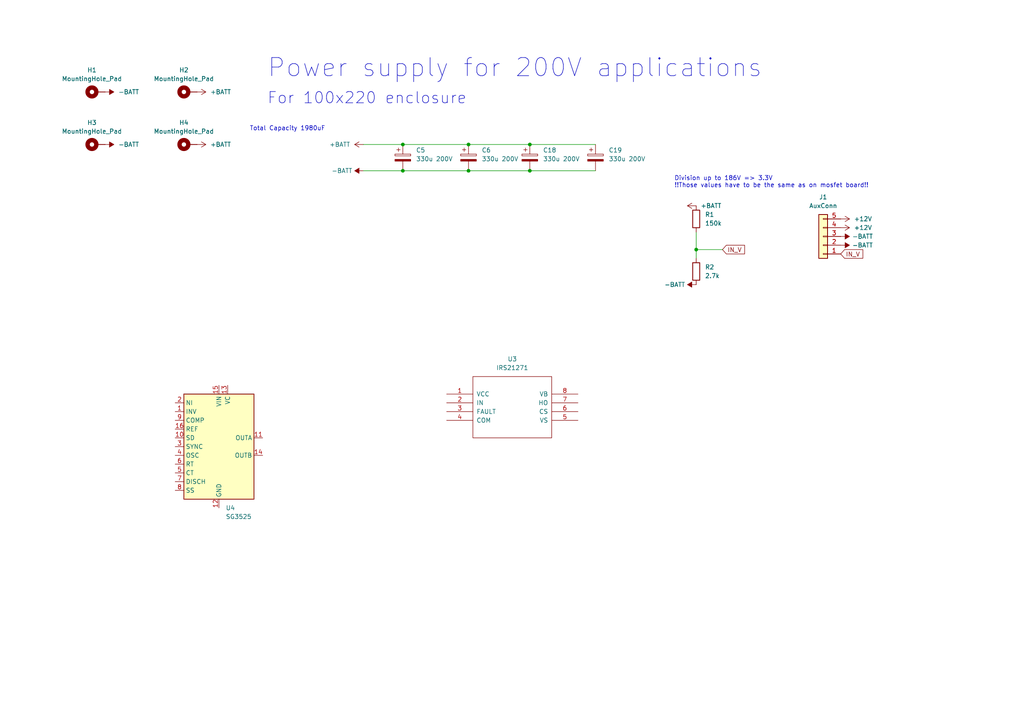
<source format=kicad_sch>
(kicad_sch (version 20230121) (generator eeschema)
  (paper "A4")
  (lib_symbols
    (symbol "Connector_Generic:Conn_01x04" (pin_names (offset 1.016) hide)
      (property "Reference" "J" (at 0 5.08 0))
      (property "Value" "Conn_01x04" (at 0 -7.62 0))
      (symbol "Conn_01x04_1_1"
        (rectangle (start -1.27 -4.953) (end 0 -5.207) (stroke (width 0.1524)))
        (rectangle (start -1.27 -2.413) (end 0 -2.667) (stroke (width 0.1524)))
        (rectangle (start -1.27 0.127) (end 0 -0.127) (stroke (width 0.1524)))
        (rectangle (start -1.27 2.667) (end 0 2.413) (stroke (width 0.1524)))
        (rectangle (start -1.27 3.81) (end 1.27 -6.35) (stroke (width 0.254)) (fill (type background)))
        (pin passive line (at -5.08 2.54 0) (length 3.81) (name "Pin_1") (number "1"))
        (pin passive line (at -5.08 0 0) (length 3.81) (name "Pin_2") (number "2"))
        (pin passive line (at -5.08 -2.54 0) (length 3.81) (name "Pin_3") (number "3"))
        (pin passive line (at -5.08 -5.08 0) (length 3.81) (name "Pin_4") (number "4"))
      )
    )
    (symbol "Connector_Generic:Conn_01x05" (pin_names (offset 1.016) hide)
      (property "Reference" "J" (at 0 7.62 0))
      (property "Value" "Conn_01x05" (at 0 -7.62 0))
      (symbol "Conn_01x05_1_1"
        (rectangle (start -1.27 -4.953) (end 0 -5.207) (stroke (width 0.1524)))
        (rectangle (start -1.27 -2.413) (end 0 -2.667) (stroke (width 0.1524)))
        (rectangle (start -1.27 0.127) (end 0 -0.127) (stroke (width 0.1524)))
        (rectangle (start -1.27 2.667) (end 0 2.413) (stroke (width 0.1524)))
        (rectangle (start -1.27 5.207) (end 0 4.953) (stroke (width 0.1524)))
        (rectangle (start -1.27 6.35) (end 1.27 -6.35) (stroke (width 0.254)) (fill (type background)))
        (pin passive line (at -5.08 5.08 0) (length 3.81) (name "Pin_1") (number "1"))
        (pin passive line (at -5.08 2.54 0) (length 3.81) (name "Pin_2") (number "2"))
        (pin passive line (at -5.08 0 0) (length 3.81) (name "Pin_3") (number "3"))
        (pin passive line (at -5.08 -2.54 0) (length 3.81) (name "Pin_4") (number "4"))
        (pin passive line (at -5.08 -5.08 0) (length 3.81) (name "Pin_5") (number "5"))
      )
    )
    (symbol "Device:C" (pin_numbers hide) (pin_names (offset 0.254))
      (property "Reference" "C" (at 0.635 2.54 0))
      (property "Value" "C" (at 0.635 -2.54 0))
      (symbol "C_0_1"
        (polyline (pts (xy -2.032 -0.762) (xy 2.032 -0.762)) (stroke (width 0.508)))
        (polyline (pts (xy -2.032 0.762) (xy 2.032 0.762)) (stroke (width 0.508)))
      )
      (symbol "C_1_1"
        (pin passive line (at 0 3.81 270) (length 2.794) (name "~") (number "1"))
        (pin passive line (at 0 -3.81 90) (length 2.794) (name "~") (number "2"))
      )
    )
    (symbol "Device:C_Polarized" (pin_numbers hide) (pin_names (offset 0.254))
      (property "Reference" "C" (at 0.635 2.54 0))
      (property "Value" "C_Polarized" (at 0.635 -2.54 0))
      (symbol "C_Polarized_0_1"
        (rectangle (start -2.286 0.508) (end 2.286 1.016))
        (polyline (pts (xy -1.778 2.286) (xy -0.762 2.286)))
        (polyline (pts (xy -1.27 2.794) (xy -1.27 1.778)))
        (rectangle (start 2.286 -0.508) (end -2.286 -1.016) (fill (type outline)))
      )
      (symbol "C_Polarized_1_1"
        (pin passive line (at 0 3.81 270) (length 2.794) (name "~") (number "1"))
        (pin passive line (at 0 -3.81 90) (length 2.794) (name "~") (number "2"))
      )
    )
    (symbol "Device:D_Schottky" (pin_numbers hide) (pin_names (offset 1.016) hide)
      (property "Reference" "D" (at 0 2.54 0))
      (property "Value" "D_Schottky" (at 0 -2.54 0))
      (symbol "D_Schottky_0_1"
        (polyline (pts (xy 1.27 0) (xy -1.27 0)))
        (polyline (pts (xy 1.27 1.27) (xy 1.27 -1.27) (xy -1.27 0) (xy 1.27 1.27)) (stroke (width 0.254)))
        (polyline (pts (xy -1.905 0.635) (xy -1.905 1.27) (xy -1.27 1.27) (xy -1.27 -1.27) (xy -0.635 -1.27) (xy -0.635 -0.635)) (stroke (width 0.254)))
      )
      (symbol "D_Schottky_1_1"
        (pin passive line (at -3.81 0 0) (length 2.54) (name "K") (number "1"))
        (pin passive line (at 3.81 0 180) (length 2.54) (name "A") (number "2"))
      )
    )
    (symbol "Device:D_Zener" (pin_numbers hide) (pin_names (offset 1.016) hide)
      (property "Reference" "D" (at 0 2.54 0))
      (property "Value" "D_Zener" (at 0 -2.54 0))
      (symbol "D_Zener_0_1"
        (polyline (pts (xy 1.27 0) (xy -1.27 0)))
        (polyline (pts (xy -1.27 -1.27) (xy -1.27 1.27) (xy -0.762 1.27)) (stroke (width 0.254)))
        (polyline (pts (xy 1.27 -1.27) (xy 1.27 1.27) (xy -1.27 0) (xy 1.27 -1.27)) (stroke (width 0.254)))
      )
      (symbol "D_Zener_1_1"
        (pin passive line (at -3.81 0 0) (length 2.54) (name "K") (number "1"))
        (pin passive line (at 3.81 0 180) (length 2.54) (name "A") (number "2"))
      )
    )
    (symbol "Device:LED" (pin_numbers hide) (pin_names (offset 1.016) hide)
      (property "Reference" "D" (at 0 2.54 0))
      (property "Value" "LED" (at 0 -2.54 0))
      (symbol "LED_0_1"
        (polyline (pts (xy -1.27 -1.27) (xy -1.27 1.27)) (stroke (width 0.254)))
        (polyline (pts (xy -1.27 0) (xy 1.27 0)))
        (polyline (pts (xy 1.27 -1.27) (xy 1.27 1.27) (xy -1.27 0) (xy 1.27 -1.27)) (stroke (width 0.254)))
        (polyline (pts (xy -3.048 -0.762) (xy -4.572 -2.286) (xy -3.81 -2.286) (xy -4.572 -2.286) (xy -4.572 -1.524)))
        (polyline (pts (xy -1.778 -0.762) (xy -3.302 -2.286) (xy -2.54 -2.286) (xy -3.302 -2.286) (xy -3.302 -1.524)))
      )
      (symbol "LED_1_1"
        (pin passive line (at -3.81 0 0) (length 2.54) (name "K") (number "1"))
        (pin passive line (at 3.81 0 180) (length 2.54) (name "A") (number "2"))
      )
    )
    (symbol "Device:L_Ferrite" (pin_numbers hide) (pin_names (offset 1.016) hide)
      (property "Reference" "L" (at -1.27 0 90))
      (property "Value" "L_Ferrite" (at 2.794 0 90))
      (symbol "L_Ferrite_0_1"
        (arc (start 0 -2.54) (mid 0.6323 -1.905) (end 0 -1.27))
        (arc (start 0 -1.27) (mid 0.6323 -0.635) (end 0 0))
        (polyline (pts (xy 1.016 -2.794) (xy 1.016 -2.286)))
        (polyline (pts (xy 1.016 -1.778) (xy 1.016 -1.27)))
        (polyline (pts (xy 1.016 -0.762) (xy 1.016 -0.254)))
        (polyline (pts (xy 1.016 0.254) (xy 1.016 0.762)))
        (polyline (pts (xy 1.016 1.27) (xy 1.016 1.778)))
        (polyline (pts (xy 1.016 2.286) (xy 1.016 2.794)))
        (polyline (pts (xy 1.524 -2.286) (xy 1.524 -2.794)))
        (polyline (pts (xy 1.524 -1.27) (xy 1.524 -1.778)))
        (polyline (pts (xy 1.524 -0.254) (xy 1.524 -0.762)))
        (polyline (pts (xy 1.524 0.762) (xy 1.524 0.254)))
        (polyline (pts (xy 1.524 1.778) (xy 1.524 1.27)))
        (polyline (pts (xy 1.524 2.794) (xy 1.524 2.286)))
        (arc (start 0 0) (mid 0.6323 0.635) (end 0 1.27))
        (arc (start 0 1.27) (mid 0.6323 1.905) (end 0 2.54))
      )
      (symbol "L_Ferrite_1_1"
        (pin passive line (at 0 3.81 270) (length 1.27) (name "1") (number "1"))
        (pin passive line (at 0 -3.81 90) (length 1.27) (name "2") (number "2"))
      )
    )
    (symbol "Device:R" (pin_numbers hide) (pin_names (offset 0))
      (property "Reference" "R" (at 2.032 0 90))
      (property "Value" "R" (at 0 0 90))
      (symbol "R_0_1"
        (rectangle (start -1.016 -2.54) (end 1.016 2.54) (stroke (width 0.254)))
      )
      (symbol "R_1_1"
        (pin passive line (at 0 3.81 270) (length 1.27) (name "~") (number "1"))
        (pin passive line (at 0 -3.81 90) (length 1.27) (name "~") (number "2"))
      )
    )
    (symbol "GigaESCSymbols:IRS21271" (pin_names (offset 1.016))
      (property "Reference" "U" (at 0 -2.54 0))
      (property "Value" "IRS21271" (at 0 2.54 0))
      (symbol "IRS21271_1_0"
        (rectangle (start -11.43 -8.89) (end 11.43 8.89))
      )
      (symbol "IRS21271_1_1"
        (pin input line (at -19.05 3.81 0) (length 7.62) (name "VCC") (number "1"))
        (pin input line (at -19.05 1.27 0) (length 7.62) (name "IN") (number "2"))
        (pin input line (at -19.05 -1.27 0) (length 7.62) (name "FAULT") (number "3"))
        (pin input line (at -19.05 -3.81 0) (length 7.62) (name "COM") (number "4"))
        (pin input line (at 19.05 -3.81 180) (length 7.62) (name "VS") (number "5"))
        (pin input line (at 19.05 -1.27 180) (length 7.62) (name "CS") (number "6"))
        (pin input line (at 19.05 1.27 180) (length 7.62) (name "HO") (number "7"))
        (pin input line (at 19.05 3.81 180) (length 7.62) (name "VB") (number "8"))
      )
    )
    (symbol "GigaESCSymbols:LT8316EFE#PBF" (pin_names (offset 1.016))
      (property "Reference" "U" (at -15.24 16.002 0))
      (property "Value" "LT8316EFE#PBF" (at 8.89 -19.05 0))
      (symbol "LT8316EFE#PBF_0_0"
        (rectangle (start -15.24 -15.24) (end 15.24 15.24) (stroke (width 0.254)) (fill (type background)))
        (pin input line (at -11.43 20.32 270) (length 5.08) (name "VIN") (number "1"))
        (pin input line (at 10.16 20.32 270) (length 5.08) (name "DCM") (number "10"))
        (pin passive line (at 20.32 2.54 180) (length 5.08) (name "TC") (number "11"))
        (pin input line (at 20.32 8.89 180) (length 5.08) (name "FB") (number "12"))
        (pin passive line (at -20.32 3.81 0) (length 5.08) (name "VC") (number "13"))
        (pin bidirectional line (at -20.32 -2.54 0) (length 5.08) (name "IREG/SS") (number "14"))
        (pin power_in line (at -2.54 -20.32 90) (length 5.08) (name "GND") (number "15"))
        (pin input line (at -20.32 -12.7 0) (length 5.08) (name "SMODE") (number "16"))
        (pin input line (at -20.32 10.16 0) (length 5.08) (name "EN/UVLO") (number "17"))
        (pin input line (at 20.32 -7.62 180) (length 5.08) (name "SENSE") (number "18"))
        (pin output line (at 20.32 -3.81 180) (length 5.08) (name "GATE") (number "19"))
        (pin input line (at -8.89 20.32 270) (length 5.08) (name "VIN") (number "2"))
        (pin power_in line (at 20.32 -11.43 180) (length 5.08) (name "GND") (number "20"))
        (pin power_in line (at 2.54 -20.32 90) (length 5.08) (name "GND") (number "21"))
        (pin input line (at -6.35 20.32 270) (length 5.08) (name "VIN") (number "3"))
        (pin output line (at -20.32 -7.62 0) (length 5.08) (name "INTVCC") (number "8"))
        (pin input line (at 5.08 20.32 270) (length 5.08) (name "BIAS") (number "9"))
      )
    )
    (symbol "Mechanical:MountingHole_Pad" (pin_numbers hide) (pin_names (offset 1.016) hide)
      (property "Reference" "H" (at 0 6.35 0))
      (property "Value" "MountingHole_Pad" (at 0 4.445 0))
      (symbol "MountingHole_Pad_0_1"
        (circle (center 0 1.27) (radius 1.27) (stroke (width 1.27)))
      )
      (symbol "MountingHole_Pad_1_1"
        (pin input line (at 0 -2.54 90) (length 2.54) (name "1") (number "1"))
      )
    )
    (symbol "Regulator_Controller:SG3525"
      (property "Reference" "U" (at 3.81 19.05 0))
      (property "Value" "SG3525" (at 3.81 16.51 0))
      (symbol "SG3525_0_1"
        (rectangle (start -10.16 -15.24) (end 10.16 15.24) (stroke (width 0.254)) (fill (type background)))
      )
      (symbol "SG3525_1_1"
        (pin input line (at -12.7 10.16 0) (length 2.54) (name "INV") (number "1"))
        (pin passive line (at -12.7 2.54 0) (length 2.54) (name "SD") (number "10"))
        (pin output line (at 12.7 2.54 180) (length 2.54) (name "OUTA") (number "11"))
        (pin power_in line (at 0 -17.78 90) (length 2.54) (name "GND") (number "12"))
        (pin power_in line (at 2.54 17.78 270) (length 2.54) (name "VC") (number "13"))
        (pin output line (at 12.7 -2.54 180) (length 2.54) (name "OUTB") (number "14"))
        (pin power_in line (at 0 17.78 270) (length 2.54) (name "VIN") (number "15"))
        (pin power_in line (at -12.7 5.08 0) (length 2.54) (name "REF") (number "16"))
        (pin input line (at -12.7 12.7 0) (length 2.54) (name "NI") (number "2"))
        (pin passive line (at -12.7 0 0) (length 2.54) (name "SYNC") (number "3"))
        (pin output line (at -12.7 -2.54 0) (length 2.54) (name "OSC") (number "4"))
        (pin passive line (at -12.7 -7.62 0) (length 2.54) (name "CT") (number "5"))
        (pin passive line (at -12.7 -5.08 0) (length 2.54) (name "RT") (number "6"))
        (pin open_collector line (at -12.7 -10.16 0) (length 2.54) (name "DISCH") (number "7"))
        (pin passive line (at -12.7 -12.7 0) (length 2.54) (name "SS") (number "8"))
        (pin passive line (at -12.7 7.62 0) (length 2.54) (name "COMP") (number "9"))
      )
    )
    (symbol "Transistor_FET:STD7NK40Z" (pin_names hide)
      (property "Reference" "Q" (at 5.08 1.905 0))
      (property "Value" "STD7NK40Z" (at 5.08 0 0))
      (symbol "STD7NK40Z_0_1"
        (polyline (pts (xy 0.254 0) (xy -2.54 0)))
        (polyline (pts (xy 0.254 1.905) (xy 0.254 -1.905)) (stroke (width 0.254)))
        (polyline (pts (xy 0.762 -1.27) (xy 0.762 -2.286)) (stroke (width 0.254)))
        (polyline (pts (xy 0.762 0.508) (xy 0.762 -0.508)) (stroke (width 0.254)))
        (polyline (pts (xy 0.762 2.286) (xy 0.762 1.27)) (stroke (width 0.254)))
        (polyline (pts (xy 2.54 2.54) (xy 2.54 1.778)))
        (polyline (pts (xy 2.54 -2.54) (xy 2.54 0) (xy 0.762 0)))
        (polyline (pts (xy 0.762 -1.778) (xy 3.302 -1.778) (xy 3.302 1.778) (xy 0.762 1.778)))
        (polyline (pts (xy 1.016 0) (xy 2.032 0.381) (xy 2.032 -0.381) (xy 1.016 0)) (fill (type outline)))
        (polyline (pts (xy 2.794 0.508) (xy 2.921 0.381) (xy 3.683 0.381) (xy 3.81 0.254)))
        (polyline (pts (xy 3.302 0.381) (xy 2.921 -0.254) (xy 3.683 -0.254) (xy 3.302 0.381)))
        (circle (center 1.651 0) (radius 2.794) (stroke (width 0.254)))
        (circle (center 2.54 -1.778) (radius 0.254) (fill (type outline)))
        (circle (center 2.54 1.778) (radius 0.254) (fill (type outline)))
      )
      (symbol "STD7NK40Z_1_1"
        (pin passive line (at -5.08 0 0) (length 2.54) (name "G") (number "1"))
        (pin passive line (at 2.54 5.08 270) (length 2.54) (name "D") (number "2"))
        (pin passive line (at 2.54 -5.08 90) (length 2.54) (name "S") (number "3"))
      )
    )
    (symbol "power:+12V" (power) (pin_names (offset 0))
      (property "Value" "+12V" (at 0 3.556 0))
      (symbol "+12V_0_1"
        (polyline (pts (xy -0.762 1.27) (xy 0 2.54)))
        (polyline (pts (xy 0 0) (xy 0 2.54)))
        (polyline (pts (xy 0 2.54) (xy 0.762 1.27)))
      )
      (symbol "+12V_1_1"
        (pin power_in line (at 0 0 90) (length 0) hide (name "+12V") (number "1"))
      )
    )
    (symbol "power:+BATT" (power) (pin_names (offset 0))
      (property "Value" "+BATT" (at 0 3.556 0))
      (symbol "+BATT_0_1"
        (polyline (pts (xy -0.762 1.27) (xy 0 2.54)))
        (polyline (pts (xy 0 0) (xy 0 2.54)))
        (polyline (pts (xy 0 2.54) (xy 0.762 1.27)))
      )
      (symbol "+BATT_1_1"
        (pin power_in line (at 0 0 90) (length 0) hide (name "+BATT") (number "1"))
      )
    )
    (symbol "power:-BATT" (power) (pin_names (offset 0))
      (property "Value" "-BATT" (at 0 3.556 0))
      (symbol "-BATT_0_1"
        (polyline (pts (xy 0 0) (xy 0 2.54)))
        (polyline (pts (xy 0.762 1.27) (xy -0.762 1.27) (xy 0 2.54) (xy 0.762 1.27)) (fill (type outline)))
      )
      (symbol "-BATT_1_1"
        (pin power_in line (at 0 0 90) (length 0) hide (name "-BATT") (number "1"))
      )
    )
    (symbol "power:GNDD" (power) (pin_names (offset 0))
      (property "Value" "GNDD" (at 0 -3.175 0))
      (symbol "GNDD_0_1"
        (rectangle (start -1.27 -1.524) (end 1.27 -2.032) (stroke (width 0.254)) (fill (type outline)))
        (polyline (pts (xy 0 0) (xy 0 -1.524)))
      )
      (symbol "GNDD_1_1"
        (pin power_in line (at 0 0 270) (length 0) hide (name "GNDD") (number "1"))
      )
    )
  )
  (junction (at 227.33 289.56))
  (junction (at 154.94 289.56))
  (junction (at 124.46 260.35))
  (junction (at 77.47 248.92))
  (junction (at 55.88 228.6))
  (junction (at 201.93 72.39))
  (junction (at 46.99 289.56))
  (junction (at 22.86 218.44))
  (junction (at 114.3 260.35))
  (junction (at 106.68 289.56))
  (junction (at 116.84 49.53))
  (junction (at 77.47 218.44))
  (junction (at 45.72 259.08))
  (junction (at 195.58 289.56))
  (junction (at 63.5 281.94))
  (junction (at 35.56 289.56))
  (junction (at 22.86 228.6))
  (junction (at 116.84 41.91))
  (junction (at 119.38 276.86))
  (junction (at 55.88 240.03))
  (junction (at 154.94 276.86))
  (junction (at 135.89 49.53))
  (junction (at 29.21 289.56))
  (junction (at 35.56 265.43))
  (junction (at 35.56 218.44))
  (junction (at 210.82 289.56))
  (junction (at 55.88 256.54))
  (junction (at 83.82 289.56))
  (junction (at 135.89 41.91))
  (junction (at 55.88 276.86))
  (junction (at 119.38 289.56))
  (junction (at 88.9 289.56))
  (junction (at 180.34 289.56))
  (junction (at 153.67 41.91))
  (junction (at 153.67 49.53))
  (junction (at 63.5 289.56))
  (junction (at 96.52 218.44))
  (wire (pts (xy 119.38 289.56) (xy 154.94 289.56)))
  (wire (pts (xy 153.67 49.53) (xy 172.72 49.53)))
  (wire (pts (xy 22.86 228.6) (xy 35.56 228.6)))
  (wire (pts (xy 154.94 289.56) (xy 154.94 284.48)))
  (wire (pts (xy 106.68 260.35) (xy 114.3 260.35)))
  (wire (pts (xy 46.99 287.02) (xy 46.99 289.56)))
  (wire (pts (xy 35.56 265.43) (xy 66.04 265.43)))
  (wire (pts (xy 140.97 276.86) (xy 154.94 276.86)))
  (wire (pts (xy 45.72 262.89) (xy 45.72 259.08)))
  (wire (pts (xy 29.21 289.56) (xy 35.56 289.56)))
  (wire (pts (xy 88.9 289.56) (xy 106.68 289.56)))
  (wire (pts (xy 55.88 240.03) (xy 91.44 240.03)))
  (wire (pts (xy 106.68 276.86) (xy 119.38 276.86)))
  (wire (pts (xy 153.67 41.91) (xy 172.72 41.91)))
  (wire (pts (xy 106.68 273.05) (xy 133.35 273.05)))
  (wire (pts (xy 116.84 41.91) (xy 135.89 41.91)))
  (wire (pts (xy 173.99 289.56) (xy 180.34 289.56)))
  (wire (pts (xy 124.46 252.73) (xy 124.46 228.6)))
  (wire (pts (xy 46.99 289.56) (xy 63.5 289.56)))
  (wire (pts (xy 63.5 281.94) (xy 66.04 281.94)))
  (wire (pts (xy 22.86 226.06) (xy 22.86 228.6)))
  (wire (pts (xy 154.94 271.78) (xy 154.94 276.86)))
  (wire (pts (xy 74.93 248.92) (xy 77.47 248.92)))
  (wire (pts (xy 17.78 228.6) (xy 22.86 228.6)))
  (wire (pts (xy 124.46 228.6) (xy 55.88 228.6)))
  (wire (pts (xy 227.33 289.56) (xy 229.87 289.56)))
  (wire (pts (xy 91.44 248.92) (xy 91.44 240.03)))
  (wire (pts (xy 140.97 266.7) (xy 147.32 266.7)))
  (wire (pts (xy 77.47 218.44) (xy 77.47 248.92)))
  (wire (pts (xy 83.82 289.56) (xy 88.9 289.56)))
  (wire (pts (xy 63.5 281.94) (xy 63.5 289.56)))
  (wire (pts (xy 201.93 67.31) (xy 201.93 72.39)))
  (wire (pts (xy 180.34 295.91) (xy 180.34 289.56)))
  (wire (pts (xy 45.72 259.08) (xy 66.04 259.08)))
  (wire (pts (xy 201.93 72.39) (xy 209.55 72.39)))
  (wire (pts (xy 96.52 218.44) (xy 154.94 218.44)))
  (wire (pts (xy 29.21 265.43) (xy 35.56 265.43)))
  (wire (pts (xy 105.41 49.53) (xy 116.84 49.53)))
  (wire (pts (xy 154.94 289.56) (xy 166.37 289.56)))
  (wire (pts (xy 210.82 289.56) (xy 195.58 289.56)))
  (wire (pts (xy 17.78 218.44) (xy 22.86 218.44)))
  (wire (pts (xy 210.82 295.91) (xy 210.82 289.56)))
  (wire (pts (xy 106.68 280.67) (xy 106.68 289.56)))
  (wire (pts (xy 77.47 218.44) (xy 96.52 218.44)))
  (wire (pts (xy 40.64 256.54) (xy 55.88 256.54)))
  (wire (pts (xy 77.47 248.92) (xy 80.01 248.92)))
  (wire (pts (xy 55.88 240.03) (xy 55.88 256.54)))
  (wire (pts (xy 63.5 289.56) (xy 83.82 289.56)))
  (wire (pts (xy 119.38 276.86) (xy 133.35 276.86)))
  (wire (pts (xy 114.3 260.35) (xy 124.46 260.35)))
  (wire (pts (xy 17.78 265.43) (xy 17.78 262.89)))
  (wire (pts (xy 29.21 265.43) (xy 29.21 281.94)))
  (wire (pts (xy 140.97 273.05) (xy 140.97 266.7)))
  (wire (pts (xy 154.94 218.44) (xy 154.94 261.62)))
  (wire (pts (xy 55.88 228.6) (xy 55.88 232.41)))
  (wire (pts (xy 17.78 262.89) (xy 45.72 262.89)))
  (wire (pts (xy 35.56 218.44) (xy 77.47 218.44)))
  (wire (pts (xy 116.84 49.53) (xy 135.89 49.53)))
  (wire (pts (xy 195.58 289.56) (xy 180.34 289.56)))
  (wire (pts (xy 105.41 41.91) (xy 116.84 41.91)))
  (wire (pts (xy 17.78 289.56) (xy 29.21 289.56)))
  (wire (pts (xy 201.93 72.39) (xy 201.93 74.93)))
  (wire (pts (xy 22.86 218.44) (xy 35.56 218.44)))
  (wire (pts (xy 195.58 295.91) (xy 195.58 289.56)))
  (wire (pts (xy 210.82 289.56) (xy 227.33 289.56)))
  (wire (pts (xy 46.99 271.78) (xy 66.04 271.78)))
  (wire (pts (xy 135.89 49.53) (xy 153.67 49.53)))
  (wire (pts (xy 96.52 218.44) (xy 96.52 232.41)))
  (wire (pts (xy 40.64 259.08) (xy 45.72 259.08)))
  (wire (pts (xy 55.88 276.86) (xy 55.88 281.94)))
  (wire (pts (xy 106.68 266.7) (xy 106.68 267.97)))
  (wire (pts (xy 35.56 289.56) (xy 46.99 289.56)))
  (wire (pts (xy 135.89 41.91) (xy 153.67 41.91)))
  (wire (pts (xy 17.78 273.05) (xy 17.78 289.56)))
  (wire (pts (xy 55.88 276.86) (xy 55.88 256.54)))
  (wire (pts (xy 106.68 289.56) (xy 119.38 289.56)))
  (wire (pts (xy 106.68 267.97) (xy 114.3 267.97)))
  (wire (pts (xy 35.56 228.6) (xy 35.56 226.06)))
  (wire (pts (xy 119.38 289.56) (xy 119.38 284.48)))
  (wire (pts (xy 66.04 276.86) (xy 55.88 276.86)))
  (wire (pts (xy 96.52 247.65) (xy 96.52 248.92)))
  (wire (pts (xy 46.99 279.4) (xy 46.99 271.78)))
  (wire (pts (xy 35.56 265.43) (xy 35.56 274.32)))
  (rectangle (start 29.21 255.27) (end 53.34 247.65))
  (text "Power supply for 200V applications" (at 77.47 22.86 0) (effects (font (size 5.27 5.27)) (justify left bottom)))
  (text "Total Capacity 1980uF" (at 72.39 38.1 0) (effects (font (size 1.27 1.27)) (justify left bottom)))
  (text "LED" (at 33.02 250.19 0) (effects (font (size 1.27 1.27)) (justify right bottom)))
  (text "Division up to 186V => 3.3V\n!!Those values have to be the same as on mosfet board!!" (at 195.58 54.61 0) (effects (font (size 1.27 1.27)) (justify left bottom)))
  (text "For 100x220 enclosure" (at 77.47 30.48 0) (effects (font (size 3.27 3.27)) (justify left bottom)))
  (global_label "IN_V" (shape input) (at 209.55 72.39 0) (property "Intersheetrefs" "${INTERSHEET_REFS}" (effects hide)))
  (global_label "IN_V" (shape input) (at 243.84 73.66 0) (property "Intersheetrefs" "${INTERSHEET_REFS}" (effects hide)))
  (symbol (lib_id "power:+12V") (at 48.26 254 270) (mirror x) (unit 1)
    (property "Reference" "#PWR02" (effects hide))
    (property "Value" "+12V" (at 52.07 254 0) (effects (justify left)))
  )
  (symbol (lib_id "power:GNDD") (at 29.21 289.56 0) (unit 1)
    (property "Reference" "#PWR018" (effects hide))
    (property "Value" "GNDD" (at 29.21 293.37 0))
  )
  (symbol (lib_id "power:-BATT") (at 30.48 26.67 270) (unit 1)
    (property "Reference" "#PWR06" (effects hide))
    (property "Value" "-BATT" (at 34.29 26.67 90) (effects (justify left)))
  )
  (symbol (lib_id "power:+12V") (at 243.84 63.5 270) (unit 1)
    (property "Reference" "#PWR024" (effects hide))
    (property "Value" "+12V" (at 247.65 63.5 90) (effects (justify left)))
  )
  (symbol (lib_id "Device:D_Schottky") (at 55.88 236.22 90) (unit 1)
    (property "Reference" "D6" (at 58.42 235.2675 90) (effects (justify right)))
    (property "Value" "SS520BF" (at 58.42 237.8075 90) (effects (justify right)))
    (property "Footprint" "Diode_SMD:D_SMB" (effects hide))
    (property "MPN" "C123955" (effects hide))
  )
  (symbol (lib_id "power:+BATT") (at 201.93 59.69 90) (unit 1)
    (property "Reference" "#PWR04" (effects hide))
    (property "Value" "+BATT" (at 203.2 59.69 90) (effects (justify right)))
  )
  (symbol (lib_id "power:-BATT") (at 40.64 251.46 270) (mirror x) (unit 1)
    (property "Reference" "#PWR01" (effects hide))
    (property "Value" "-BATT" (at 43.18 248.92 90))
  )
  (symbol (lib_id "power:+BATT") (at 57.15 26.67 270) (unit 1)
    (property "Reference" "#PWR013" (effects hide))
    (property "Value" "+BATT" (at 60.96 26.67 90) (effects (justify left)))
  )
  (symbol (lib_id "Device:D_Schottky") (at 154.94 293.37 270) (unit 1)
    (property "Reference" "D2" (at 157.48 291.7825 90) (effects (justify left)))
    (property "Value" "SS520BF" (at 157.48 294.3225 90) (effects (justify left)))
    (property "Footprint" "Diode_SMD:D_SMB" (effects hide))
    (property "MPN" "C123955" (effects hide))
  )
  (symbol (lib_id "power:+12V") (at 243.84 66.04 270) (unit 1)
    (property "Reference" "#PWR08" (effects hide))
    (property "Value" "+12V" (at 247.65 66.04 90) (effects (justify left)))
  )
  (symbol (lib_id "power:-BATT") (at 180.34 303.53 180) (unit 1)
    (property "Reference" "#PWR017" (effects hide))
    (property "Value" "-BATT" (at 179.07 308.61 0))
  )
  (symbol (lib_id "power:-BATT") (at 105.41 49.53 90) (unit 1)
    (property "Reference" "#PWR012" (effects hide))
    (property "Value" "-BATT" (at 102.235 49.53 90) (effects (justify left)))
  )
  (symbol (lib_id "Device:R") (at 137.16 273.05 90) (unit 1)
    (property "Reference" "R13" (at 137.16 266.7 90))
    (property "Value" "22" (at 137.16 269.24 90))
    (property "Footprint" "Resistor_SMD:R_0603_1608Metric" (effects hide))
    (property "MPN" "C23345" (effects hide))
    (property "Mouser" "71-CRCW080520R0FKEAC" (effects hide))
  )
  (symbol (lib_id "Device:R") (at 154.94 280.67 180) (unit 1)
    (property "Reference" "R15" (at 152.4 280.67 90))
    (property "Value" "0.05" (at 157.48 280.67 90))
    (property "Footprint" "Resistor_SMD:R_2512_6332Metric" (effects hide))
    (property "MPN" "C2874774" (effects hide))
    (property "Mouser" "708-CSM2512FT50L0" (effects hide))
  )
  (symbol (lib_id "Device:D_Schottky") (at 52.07 228.6 180) (unit 1)
    (property "Reference" "D1" (at 52.3875 222.25 0))
    (property "Value" "SS520BF" (at 52.3875 224.79 0))
    (property "Footprint" "Diode_SMD:D_SMB" (effects hide))
    (property "MPN" "C123955" (effects hide))
  )
  (symbol (lib_id "Regulator_Controller:SG3525") (at 63.5 129.54 0) (unit 1)
    (property "Reference" "U4" (at 65.4559 147.32 0) (effects (justify left)))
    (property "Value" "SG3525" (at 65.4559 149.86 0) (effects (justify left)))
    (property "Footprint" "Package_SO:SO-16_3.9x9.9mm_P1.27mm" (effects hide))
    (property "Datasheet" "www.st.com/resource/en/datasheet/sg3525.pdf" (effects hide))
  )
  (symbol (lib_id "Device:C") (at 180.34 299.72 0) (unit 1)
    (property "Reference" "C15" (at 184.15 298.45 0) (effects (justify left)))
    (property "Value" "47u 16V" (at 184.15 300.99 0) (effects (justify left)))
    (property "Footprint" "Capacitor_SMD:C_1210_3225Metric" (effects hide))
    (property "MPN" "C2918513" (effects hide))
    (property "Mouser" "81-GRM32EC81C476KE5K" (effects hide))
  )
  (symbol (lib_id "Device:R") (at 17.78 269.24 0) (unit 1)
    (property "Reference" "R3" (at 20.32 267.97 0) (effects (justify left)))
    (property "Value" "10k" (at 20.32 270.51 0) (effects (justify left)))
    (property "Footprint" "Resistor_SMD:R_0603_1608Metric" (effects hide))
    (property "MPN" "C25804" (effects hide))
    (property "Mouser" "756-WCR0603-10KFI" (effects hide))
  )
  (symbol (lib_id "Device:L_Ferrite") (at 170.18 289.56 90) (unit 1)
    (property "Reference" "L1" (at 170.18 290.83 90))
    (property "Value" "47uH" (at 170.18 285.75 90))
    (property "Footprint" "Inductor_SMD:L_Chilisin_BMRG00131360" (effects hide))
    (property "MPN" "C497913" (effects hide))
  )
  (symbol (lib_id "Device:R") (at 44.45 254 90) (mirror x) (unit 1)
    (property "Reference" "R5" (at 45.72 251.46 90) (effects (justify right)))
    (property "Value" "10k" (at 43.18 254 90) (effects (justify right)))
    (property "Footprint" "Resistor_SMD:R_0603_1608Metric" (effects hide))
    (property "MPN" "C25804" (effects hide))
    (property "Mouser" "603-AC0805JR-0710KL" (effects hide))
  )
  (symbol (lib_id "power:+12V") (at 48.26 228.6 90) (unit 1)
    (property "Reference" "#PWR05" (effects hide))
    (property "Value" "+12V" (at 44.45 228.6 0) (effects (justify left)))
  )
  (symbol (lib_id "Device:R") (at 124.46 264.16 0) (unit 1)
    (property "Reference" "R11" (at 127 262.89 0) (effects (justify left)))
    (property "Value" "6.2k" (at 127 265.43 0) (effects (justify left)))
    (property "Footprint" "Resistor_SMD:R_0603_1608Metric" (effects hide))
    (property "MPN" "C4260" (effects hide))
    (property "Mouser" "667-ERJ-6ENF4991V" (effects hide))
  )
  (symbol (lib_id "Device:D_Zener") (at 210.82 299.72 270) (unit 1)
    (property "Reference" "D5" (at 213.36 298.45 90) (effects (justify left)))
    (property "Value" "3SMB5928B" (at 213.36 300.99 90) (effects (justify left)))
    (property "Footprint" "Diode_SMD:D_SMB" (effects hide))
    (property "MPN" "C2983224" (effects hide))
    (property "Mouser" "821-1SMB5928" (effects hide))
  )
  (symbol (lib_id "Device:C") (at 119.38 280.67 0) (unit 1)
    (property "Reference" "C13" (at 123.19 279.4 0) (effects (justify left)))
    (property "Value" "1n" (at 123.19 281.94 0) (effects (justify left)))
    (property "Footprint" "Capacitor_SMD:C_0603_1608Metric" (effects hide))
    (property "MPN" "C1588" (effects hide))
    (property "Mouser" "80-C0603C102K5R7081" (effects hide))
  )
  (symbol (lib_id "Device:C_Polarized") (at 172.72 45.72 0) (unit 1)
    (property "Reference" "C19" (at 176.53 43.561 0) (effects (justify left)))
    (property "Value" "330u 200V" (at 176.53 46.101 0) (effects (justify left)))
    (property "Footprint" "Capacitor_THT:CP_Radial_D18.0mm_P7.50mm" (effects hide))
    (property "Mouser" "661-EKMR201VS222MR50" (effects hide))
    (property "MPN" "C697601" (effects hide))
  )
  (symbol (lib_id "Device:C_Polarized") (at 135.89 45.72 0) (unit 1)
    (property "Reference" "C6" (at 139.7 43.561 0) (effects (justify left)))
    (property "Value" "330u 200V" (at 139.7 46.101 0) (effects (justify left)))
    (property "Footprint" "Capacitor_THT:CP_Radial_D18.0mm_P7.50mm" (effects hide))
    (property "Mouser" "661-EKMR201VS222MR50" (effects hide))
    (property "MPN" "C697601" (effects hide))
  )
  (symbol (lib_id "power:+BATT") (at 17.78 218.44 90) (unit 1)
    (property "Reference" "#PWR014" (effects hide))
    (property "Value" "+BATT" (at 13.97 218.44 90) (effects (justify left)))
  )
  (symbol (lib_id "Device:C") (at 46.99 283.21 0) (unit 1)
    (property "Reference" "C1" (at 50.8 281.94 0) (effects (justify left)))
    (property "Value" "100n" (at 50.8 284.48 0) (effects (justify left)))
    (property "Footprint" "GigaVescLibs:C_0603_1608Metric_L" (effects hide))
    (property "MPN" "C14663" (effects hide))
    (property "Mouser" "581-08055C104KAT4A" (effects hide))
  )
  (symbol (lib_id "Mechanical:MountingHole_Pad") (at 27.94 26.67 90) (unit 1)
    (property "Reference" "H1" (at 26.67 20.32 90))
    (property "Value" "MountingHole_Pad" (at 26.67 22.86 90))
    (property "Footprint" "MountingHole:MountingHole_5.3mm_M5_Pad_Via" (effects hide))
  )
  (symbol (lib_id "Connector_Generic:Conn_01x04") (at 35.56 254 0) (mirror y) (unit 1)
    (property "Reference" "J2" (at 33.02 254 0) (effects (justify left)))
    (property "Value" "POWER_SW" (at 26.67 259.08 90) (effects (justify left)))
    (property "Footprint" "Connector_JST:JST_PH_B4B-PH-K_1x04_P2.00mm_Vertical" (effects hide))
    (property "MPN" "C131334" (effects hide))
  )
  (symbol (lib_id "Device:C") (at 35.56 285.75 0) (unit 1)
    (property "Reference" "C9" (at 39.37 284.48 0) (effects (justify left)))
    (property "Value" "100n" (at 39.37 287.02 0) (effects (justify left)))
    (property "Footprint" "GigaVescLibs:C_0603_1608Metric_L" (effects hide))
    (property "MPN" "C14663" (effects hide))
    (property "Mouser" "581-08055C104KAT4A" (effects hide))
  )
  (symbol (lib_id "Device:R") (at 96.52 243.84 0) (unit 1)
    (property "Reference" "R9" (at 99.06 242.57 0) (effects (justify left)))
    (property "Value" "10k" (at 99.06 245.11 0) (effects (justify left)))
    (property "Footprint" "Resistor_SMD:R_0603_1608Metric" (effects hide))
    (property "MPN" "C25804" (effects hide))
    (property "Mouser" "756-WCR0603-10KFI" (effects hide))
  )
  (symbol (lib_id "power:-BATT") (at 30.48 41.91 270) (unit 1)
    (property "Reference" "#PWR027" (effects hide))
    (property "Value" "-BATT" (at 34.29 41.91 90) (effects (justify left)))
  )
  (symbol (lib_id "Device:R") (at 227.33 300.99 180) (unit 1)
    (property "Reference" "R4" (at 229.87 300.99 0) (effects (justify right)))
    (property "Value" "82k" (at 227.33 302.26 90) (effects (justify right)))
    (property "Footprint" "Resistor_SMD:R_0603_1608Metric" (effects hide))
    (property "MPN" "C23254" (effects hide))
    (property "Mouser" "603-AC0805JR-0710KL" (effects hide))
  )
  (symbol (lib_id "Mechanical:MountingHole_Pad") (at 54.61 41.91 90) (unit 1)
    (property "Reference" "H4" (at 53.34 35.56 90))
    (property "Value" "MountingHole_Pad" (at 53.34 38.1 90))
    (property "Footprint" "MountingHole:MountingHole_5.3mm_M5_Pad_Via" (effects hide))
  )
  (symbol (lib_id "Device:C") (at 59.69 281.94 90) (unit 1)
    (property "Reference" "C2" (at 59.69 278.13 90))
    (property "Value" "10u" (at 59.69 285.75 90))
    (property "Footprint" "Capacitor_SMD:C_0603_1608Metric" (effects hide))
    (property "MPN" "C96446" (effects hide))
  )
  (symbol (lib_id "Device:R") (at 201.93 63.5 0) (unit 1)
    (property "Reference" "R1" (at 204.47 62.23 0) (effects (justify left)))
    (property "Value" "150k" (at 204.47 64.77 0) (effects (justify left)))
    (property "Footprint" "Resistor_SMD:R_0603_1608Metric" (effects hide))
    (property "MPN" "C22807" (effects hide))
    (property "Mouser" "603-RC0805FR-07100KL" (effects hide))
  )
  (symbol (lib_id "Device:R") (at 124.46 256.54 0) (unit 1)
    (property "Reference" "R12" (at 127 255.27 0) (effects (justify left)))
    (property "Value" "56k" (at 127 257.81 0) (effects (justify left)))
    (property "Footprint" "Resistor_SMD:R_0603_1608Metric" (effects hide))
    (property "MPN" "C23206" (effects hide))
    (property "Mouser" "603-RC0805FR-0744K2L" (effects hide))
  )
  (symbol (lib_id "Device:R") (at 201.93 78.74 0) (unit 1)
    (property "Reference" "R2" (at 204.47 77.47 0) (effects (justify left)))
    (property "Value" "2.7k" (at 204.47 80.01 0) (effects (justify left)))
    (property "Footprint" "Resistor_SMD:R_0603_1608Metric" (effects hide))
    (property "MPN" "C13167" (effects hide))
    (property "Mouser" "71-CRCW0805-1.8K-E3" (effects hide))
  )
  (symbol (lib_id "Mechanical:MountingHole_Pad") (at 27.94 41.91 90) (unit 1)
    (property "Reference" "H3" (at 26.67 35.56 90))
    (property "Value" "MountingHole_Pad" (at 26.67 38.1 90))
    (property "Footprint" "MountingHole:MountingHole_5.3mm_M5_Pad_Via" (effects hide))
  )
  (symbol (lib_id "Transistor_FET:STD7NK40Z") (at 152.4 266.7 0) (unit 1)
    (property "Reference" "Q1" (at 158.75 265.43 0) (effects (justify left)))
    (property "Value" "STD11N65M2" (at 158.75 267.97 0) (effects (justify left)))
    (property "Footprint" "Package_TO_SOT_SMD:TO-252-2" (effects hide))
    (property "Datasheet" "https://www.st.com/resource/en/datasheet/std7nk40zt4.pdf" (effects hide))
    (property "MPN" "C500947" (effects hide))
    (property "JLCRotOffset" "0" (effects hide))
    (property "JLCPosOffset" "-1.27,0" (effects hide))
    (property "Mouser" "511-STD11N65M2" (effects hide))
  )
  (symbol (lib_id "Device:C") (at 96.52 236.22 0) (unit 1)
    (property "Reference" "C12" (at 100.33 234.95 0) (effects (justify left)))
    (property "Value" "47p" (at 100.33 237.49 0) (effects (justify left)))
    (property "Footprint" "GigaVescLibs:C_0603_1608Metric_L" (effects hide))
    (property "MPN" "C527044" (effects hide))
    (property "Mouser" "80-C0603C470K1GAUTO" (effects hide))
  )
  (symbol (lib_id "Mechanical:MountingHole_Pad") (at 54.61 26.67 90) (unit 1)
    (property "Reference" "H2" (at 53.34 20.32 90))
    (property "Value" "MountingHole_Pad" (at 53.34 22.86 90))
    (property "Footprint" "MountingHole:MountingHole_5.3mm_M5_Pad_Via" (effects hide))
  )
  (symbol (lib_id "power:-BATT") (at 227.33 304.8 180) (unit 1)
    (property "Reference" "#PWR029" (effects hide))
    (property "Value" "-BATT" (at 226.06 309.88 0))
  )
  (symbol (lib_id "Device:R") (at 35.56 278.13 0) (unit 1)
    (property "Reference" "R6" (at 38.1 276.86 0) (effects (justify left)))
    (property "Value" "10k" (at 38.1 279.4 0) (effects (justify left)))
    (property "Footprint" "Resistor_SMD:R_0603_1608Metric" (effects hide))
    (property "MPN" "C25804" (effects hide))
    (property "Mouser" "603-AC0805JR-0710KL" (effects hide))
  )
  (symbol (lib_id "power:-BATT") (at 201.93 82.55 90) (unit 1)
    (property "Reference" "#PWR07" (effects hide))
    (property "Value" "-BATT" (at 198.755 82.55 90) (effects (justify left)))
  )
  (symbol (lib_id "Device:C_Polarized") (at 116.84 45.72 0) (unit 1)
    (property "Reference" "C5" (at 120.65 43.561 0) (effects (justify left)))
    (property "Value" "330u 200V" (at 120.65 46.101 0) (effects (justify left)))
    (property "Footprint" "Capacitor_THT:CP_Radial_D18.0mm_P7.50mm" (effects hide))
    (property "MPN" "C697601" (effects hide))
    (property "Mouser" "661-EKMR201VS222MR50" (effects hide))
  )
  (symbol (lib_id "power:-BATT") (at 17.78 228.6 90) (unit 1)
    (property "Reference" "#PWR015" (effects hide))
    (property "Value" "-BATT" (at 14.605 228.6 90) (effects (justify left)))
  )
  (symbol (lib_id "Device:R") (at 114.3 264.16 0) (unit 1)
    (property "Reference" "R10" (at 116.84 262.89 0) (effects (justify left)))
    (property "Value" "120k" (at 116.84 265.43 0) (effects (justify left)))
    (property "Footprint" "Resistor_SMD:R_0603_1608Metric" (effects hide))
    (property "MPN" "C25808" (effects hide))
    (property "Mouser" "660-RK73H2ATTD1213F" (effects hide))
  )
  (symbol (lib_id "Connector_Generic:Conn_01x05") (at 238.76 68.58 180) (unit 1)
    (property "Reference" "J1" (at 238.76 57.15 0))
    (property "Value" "AuxConn" (at 238.76 59.69 0))
    (property "Footprint" "Connector_JST:JST_PH_B5B-PH-K_1x05_P2.00mm_Vertical" (effects hide))
    (property "MPN" "C157993" (effects hide))
  )
  (symbol (lib_id "Device:C") (at 29.21 285.75 0) (unit 1)
    (property "Reference" "C10" (at 24.13 283.21 0) (effects (justify left)))
    (property "Value" "47p" (at 29.21 283.21 0) (effects (justify left)))
    (property "Footprint" "GigaVescLibs:C_0603_1608Metric_L" (effects hide))
    (property "MPN" "C527044" (effects hide))
    (property "Mouser" "603-CC805JRNPO9BN470" (effects hide))
  )
  (symbol (lib_id "power:-BATT") (at 195.58 303.53 180) (unit 1)
    (property "Reference" "#PWR016" (effects hide))
    (property "Value" "-BATT" (at 194.31 308.61 0))
  )
  (symbol (lib_id "Device:C_Polarized") (at 195.58 299.72 0) (unit 1)
    (property "Reference" "C16" (at 199.39 297.561 0) (effects (justify left)))
    (property "Value" "470u 25V" (at 199.39 300.101 0) (effects (justify left)))
    (property "Footprint" "Capacitor_SMD:CP_Elec_10x10.5" (effects hide))
    (property "MPN" "C5162351" (effects hide))
    (property "Mouser" "667-EEE-1EA471P" (effects hide))
  )
  (symbol (lib_id "power:+BATT") (at 57.15 41.91 270) (unit 1)
    (property "Reference" "#PWR028" (effects hide))
    (property "Value" "+BATT" (at 60.96 41.91 90) (effects (justify left)))
  )
  (symbol (lib_id "Device:C_Polarized") (at 153.67 45.72 0) (unit 1)
    (property "Reference" "C18" (at 157.48 43.561 0) (effects (justify left)))
    (property "Value" "330u 200V" (at 157.48 46.101 0) (effects (justify left)))
    (property "Footprint" "Capacitor_THT:CP_Radial_D18.0mm_P7.50mm" (effects hide))
    (property "MPN" "C697601" (effects hide))
    (property "Mouser" "661-EKMR201VS222MR50" (effects hide))
  )
  (symbol (lib_id "GigaESCSymbols:LT8316EFE#PBF") (at 86.36 269.24 0) (unit 1)
    (property "Reference" "U2" (at 86.36 251.46 0))
    (property "Value" "LT8316EFE#PBF" (at 97.79 287.02 0))
    (property "Footprint" "GigaVescLibs:IC_LT8316EFE#PBF" (effects hide))
    (property "PARTREV" "A" (effects hide))
    (property "STANDARD" "Manufacturer Recommendations" (effects hide))
    (property "MAXIMUM_PACKAGE_HEIGHT" "1.2 mm" (effects hide))
    (property "MANUFACTURER" "Analog Devices" (effects hide))
    (property "MPN" "C673736" (effects hide))
    (property "Mouser" "584-LT8316EFE#PBF" (effects hide))
  )
  (symbol (lib_id "GigaESCSymbols:IRS21271") (at 148.59 118.11 0) (unit 1)
    (property "Reference" "U3" (at 148.59 104.14 0))
    (property "Value" "IRS21271" (at 148.59 106.68 0))
    (property "Footprint" "Package_SO:SO-8_3.9x4.9mm_P1.27mm" (effects hide))
    (property "Datasheet" "DOCUMENTATION" (effects hide))
  )
  (symbol (lib_id "power:-BATT") (at 243.84 68.58 270) (unit 1)
    (property "Reference" "#PWR011" (effects hide))
    (property "Value" "-BATT" (at 250.19 68.58 90))
  )
  (symbol (lib_id "power:-BATT") (at 154.94 297.18 180) (unit 1)
    (property "Reference" "#PWR022" (effects hide))
    (property "Value" "-BATT" (at 154.94 302.26 0))
  )
  (symbol (lib_id "Device:R") (at 137.16 276.86 90) (unit 1)
    (property "Reference" "R14" (at 134.62 279.4 90))
    (property "Value" "100" (at 140.97 279.4 90))
    (property "Footprint" "Resistor_SMD:R_0603_1608Metric" (effects hide))
    (property "MPN" "C22775" (effects hide))
    (property "Mouser" "791-WR08X1000FTL" (effects hide))
  )
  (symbol (lib_id "Device:C") (at 22.86 222.25 0) (unit 1)
    (property "Reference" "C7" (at 26.67 220.98 0) (effects (justify left)))
    (property "Value" "1u 200V" (at 20.32 224.79 0) (effects (justify left)))
    (property "Footprint" "Capacitor_SMD:C_2220_5650Metric" (effects hide))
    (property "MPN" "C78775" (effects hide))
    (property "Mouser" "81-GRM55DR72D105KW1L" (effects hide))
  )
  (symbol (lib_id "power:+BATT") (at 105.41 41.91 90) (unit 1)
    (property "Reference" "#PWR03" (effects hide))
    (property "Value" "+BATT" (at 101.6 41.91 90) (effects (justify left)))
  )
  (symbol (lib_id "power:+12V") (at 229.87 289.56 270) (unit 1)
    (property "Reference" "#PWR026" (effects hide))
    (property "Value" "+12V" (at 233.68 289.56 90) (effects (justify left)))
  )
  (symbol (lib_id "Device:C") (at 35.56 222.25 0) (unit 1)
    (property "Reference" "C8" (at 39.37 220.98 0) (effects (justify left)))
    (property "Value" "100n 200V" (at 30.48 224.79 0) (effects (justify left)))
    (property "Footprint" "Capacitor_SMD:C_1206_3216Metric" (effects hide))
    (property "MPN" "C784084" (effects hide))
    (property "Mouser" "810-CGJ4J3X7T2D104K" (effects hide))
  )
  (symbol (lib_id "Device:LED") (at 227.33 293.37 90) (unit 1)
    (property "Reference" "D4" (at 231.14 293.37 90) (effects (justify right)))
    (property "Value" "RUN" (at 231.14 295.91 90) (effects (justify right)))
    (property "Footprint" "Diode_SMD:D_0603_1608Metric" (effects hide))
    (property "MPN" "C2290" (effects hide))
  )
  (symbol (lib_id "power:-BATT") (at 210.82 303.53 180) (unit 1)
    (property "Reference" "#PWR09" (effects hide))
    (property "Value" "-BATT" (at 209.55 308.61 0))
  )
  (symbol (lib_id "power:-BATT") (at 243.84 71.12 270) (unit 1)
    (property "Reference" "#PWR010" (effects hide))
    (property "Value" "-BATT" (at 250.19 71.12 90))
  )
  (symbol (lib_id "power:GNDD") (at 124.46 267.97 0) (unit 1)
    (property "Reference" "#PWR019" (effects hide))
    (property "Value" "GNDD" (at 124.46 271.78 0))
  )
)
</source>
